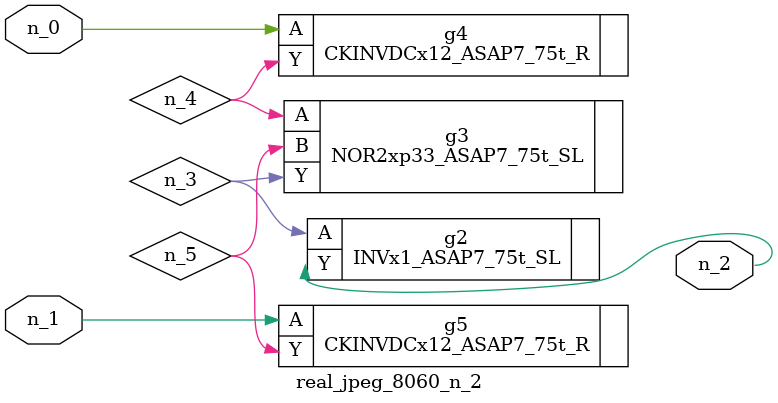
<source format=v>
module real_jpeg_8060_n_2 (n_1, n_0, n_2);

input n_1;
input n_0;

output n_2;

wire n_5;
wire n_4;
wire n_3;

CKINVDCx12_ASAP7_75t_R g4 ( 
.A(n_0),
.Y(n_4)
);

CKINVDCx12_ASAP7_75t_R g5 ( 
.A(n_1),
.Y(n_5)
);

INVx1_ASAP7_75t_SL g2 ( 
.A(n_3),
.Y(n_2)
);

NOR2xp33_ASAP7_75t_SL g3 ( 
.A(n_4),
.B(n_5),
.Y(n_3)
);


endmodule
</source>
